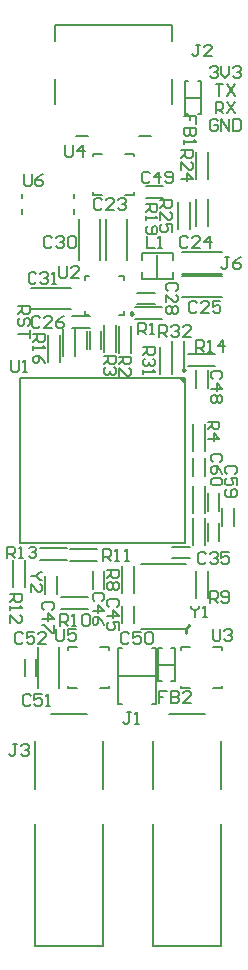
<source format=gto>
G04*
G04 #@! TF.GenerationSoftware,Altium Limited,Altium Designer,21.8.1 (53)*
G04*
G04 Layer_Color=65535*
%FSLAX25Y25*%
%MOIN*%
G70*
G04*
G04 #@! TF.SameCoordinates,1AEC3761-3BFF-49DB-B967-98B5A1D70BD2*
G04*
G04*
G04 #@! TF.FilePolarity,Positive*
G04*
G01*
G75*
%ADD10C,0.00984*%
%ADD11C,0.00394*%
%ADD12C,0.00787*%
%ADD13C,0.01000*%
%ADD14C,0.00591*%
%ADD15C,0.00656*%
%ADD16C,0.00658*%
G36*
X61417Y160908D02*
X59727Y162598D01*
X61417D01*
Y160908D01*
D02*
G37*
D10*
X44094Y183957D02*
X43356Y184383D01*
Y183530D01*
X44094Y183957D01*
X61319Y165157D02*
X60581Y165584D01*
Y164731D01*
X61319Y165157D01*
D11*
X24606Y225394D02*
D03*
X37618Y59153D02*
D03*
X45965Y223524D02*
D03*
X75492Y59153D02*
D03*
D12*
X39469Y196555D02*
X41043D01*
Y194980D02*
Y196555D01*
X27854D02*
X29429D01*
X27854Y194980D02*
Y196555D01*
Y183366D02*
Y184941D01*
Y183366D02*
X29429D01*
X39469D02*
X41043D01*
Y184941D01*
X46654Y100591D02*
X61614D01*
X46654Y78937D02*
X61614D01*
X24409Y222303D02*
Y223819D01*
Y217126D02*
Y218642D01*
X7087Y222303D02*
Y223819D01*
Y217126D02*
Y218642D01*
X22264Y72736D02*
X25236D01*
X32874D02*
X35846D01*
X22264Y59153D02*
X25236D01*
X32874D02*
X35846D01*
X22264Y71949D02*
Y72736D01*
Y59153D02*
Y59941D01*
X35846Y71949D02*
Y72736D01*
Y59153D02*
Y59941D01*
X30610Y237106D02*
X33583D01*
X41221D02*
X44193D01*
X30610Y223524D02*
X33583D01*
X41221D02*
X44193D01*
X30610Y236319D02*
Y237106D01*
Y223524D02*
Y224311D01*
X44193Y236319D02*
Y237106D01*
Y223524D02*
Y224311D01*
X60138Y72736D02*
X63110D01*
X70748D02*
X73721D01*
X60138Y59153D02*
X63110D01*
X70748D02*
X73721D01*
X60138Y71949D02*
Y72736D01*
Y59153D02*
Y59941D01*
X73721Y71949D02*
Y72736D01*
Y59153D02*
Y59941D01*
X6299Y107480D02*
Y162598D01*
X61417Y107480D02*
Y162598D01*
X6299Y107480D02*
X61417D01*
X6299Y162598D02*
X61417D01*
X59727D02*
X61417Y160908D01*
X16732Y50394D02*
X28543D01*
X11220Y25591D02*
Y41339D01*
X34055Y25591D02*
Y41339D01*
Y-26772D02*
Y13780D01*
X11220Y-26772D02*
X34055D01*
X11220D02*
Y13780D01*
X56902Y274780D02*
Y280279D01*
X17902D02*
X56902D01*
X17902Y274780D02*
Y280279D01*
X45902Y243280D02*
X49902D01*
X24902D02*
X28902D01*
X56902Y253780D02*
Y262280D01*
X17902Y253780D02*
Y262280D01*
X56102Y50394D02*
X67913D01*
X50591Y25591D02*
Y41339D01*
X73425Y25591D02*
Y41339D01*
Y-26772D02*
Y13780D01*
X50591Y-26772D02*
X73425D01*
X50591D02*
Y13780D01*
D13*
X61614Y78937D02*
X62795Y80118D01*
X61614Y77362D02*
Y78937D01*
D14*
X57055Y165776D02*
Y174776D01*
X61055Y165776D02*
Y174776D01*
X53118Y163807D02*
Y172807D01*
X57118Y163807D02*
Y172807D01*
X64929Y213020D02*
Y222020D01*
X68929Y213020D02*
Y222020D01*
Y228768D02*
Y237768D01*
X64929Y228768D02*
Y237768D01*
X63024Y212035D02*
Y221035D01*
X59024Y212035D02*
Y221035D01*
X15717Y167744D02*
Y176744D01*
X19716Y167744D02*
Y176744D01*
X20638Y169713D02*
Y178713D01*
X24638Y169713D02*
Y178713D01*
X62429Y166307D02*
X71429D01*
X62429Y170307D02*
X71429D01*
X12933Y101746D02*
X21933D01*
X12933Y105746D02*
X21933D01*
X3906Y92941D02*
Y101941D01*
X7905Y92941D02*
Y101941D01*
X23059Y101347D02*
X32059D01*
X23059Y105347D02*
X32059D01*
X20106Y85598D02*
X29106D01*
X20106Y89598D02*
X29106D01*
X68929Y89004D02*
Y98004D01*
X64929Y89004D02*
Y98004D01*
X44323Y90677D02*
Y99677D01*
X40323Y90677D02*
Y99677D01*
X67945Y106720D02*
Y115720D01*
X63945Y106720D02*
Y115720D01*
X67945Y117547D02*
Y126547D01*
X63945Y117547D02*
Y126547D01*
Y138216D02*
Y147216D01*
X67945Y138216D02*
Y147216D01*
X34417Y170992D02*
Y179992D01*
X38417Y170992D02*
Y179992D01*
X39339Y170697D02*
Y179697D01*
X43339Y170697D02*
Y179697D01*
X44713Y182055D02*
X53713D01*
X44713Y186055D02*
X53713D01*
X52165Y196260D02*
Y203346D01*
X57284Y201772D02*
Y204134D01*
X47047D02*
X57284D01*
X47047Y201772D02*
Y204134D01*
Y195472D02*
Y197835D01*
Y195472D02*
X57284D01*
Y197835D01*
X52362Y72441D02*
X53543D01*
X52362Y61417D02*
Y72441D01*
Y61417D02*
X53543D01*
X56693D02*
X57874D01*
Y72441D01*
X56693D02*
X57874D01*
X52362Y66929D02*
X57874D01*
X61221Y261417D02*
X62402D01*
X61221Y250394D02*
Y261417D01*
Y250394D02*
X62402D01*
X65551D02*
X66732D01*
Y261417D01*
X65551D02*
X66732D01*
X61221Y255906D02*
X66732D01*
X68898Y118110D02*
Y124016D01*
X72835Y118110D02*
Y124016D01*
X77756Y113189D02*
Y119095D01*
X73819Y113189D02*
Y119095D01*
X68898Y108268D02*
Y114173D01*
X72835Y108268D02*
Y114173D01*
X7874Y62992D02*
Y68898D01*
X11811Y62992D02*
Y68898D01*
X12205Y59252D02*
Y72638D01*
X19291Y59252D02*
Y72638D01*
X50197Y72342D02*
X51673D01*
Y53642D02*
Y72342D01*
X50197Y53642D02*
X51673D01*
X38878D02*
X40354D01*
X38878D02*
Y72342D01*
X40354D01*
X38878Y62992D02*
X51673D01*
X48228Y222441D02*
X54134D01*
X48228Y226378D02*
X54134D01*
X64961Y159213D02*
Y165118D01*
X68898Y159213D02*
Y165118D01*
X14764Y90551D02*
Y96457D01*
X18701Y90551D02*
Y96457D01*
X30512Y92283D02*
Y98189D01*
X34449Y92283D02*
Y98189D01*
X44291Y80709D02*
Y86614D01*
X40354Y80709D02*
Y86614D01*
X63976Y129921D02*
Y135827D01*
X67913Y129921D02*
Y135827D01*
X57087Y106299D02*
X62992D01*
X57087Y102362D02*
X62992D01*
X10039Y185433D02*
X23425D01*
X10039Y192520D02*
X23425D01*
X25984Y201969D02*
Y215354D01*
X33071Y201969D02*
Y215354D01*
X29528Y172244D02*
Y178150D01*
X33465Y172244D02*
Y178150D01*
X45276Y187008D02*
X51181D01*
X45276Y190945D02*
X51181D01*
X24606Y172244D02*
Y178150D01*
X28543Y172244D02*
Y178150D01*
X23622Y183071D02*
X29528D01*
X23622Y179134D02*
X29528D01*
X60236Y196457D02*
X73622D01*
X60236Y189370D02*
X73622D01*
X60236Y204331D02*
X73622D01*
X60236Y197244D02*
X73622D01*
X34843Y201969D02*
Y215354D01*
X41929Y201969D02*
Y215354D01*
D15*
X5577Y186352D02*
X9513D01*
Y184384D01*
X8857Y183728D01*
X7545D01*
X6889Y184384D01*
Y186352D01*
Y185040D02*
X5577Y183728D01*
X8857Y179792D02*
X9513Y180448D01*
Y181760D01*
X8857Y182416D01*
X8201D01*
X7545Y181760D01*
Y180448D01*
X6889Y179792D01*
X6233D01*
X5577Y180448D01*
Y181760D01*
X6233Y182416D01*
X9513Y178480D02*
Y175856D01*
Y177168D01*
X5577D01*
X69554Y265747D02*
X70210Y266403D01*
X71522D01*
X72178Y265747D01*
Y265091D01*
X71522Y264435D01*
X70866D01*
X71522D01*
X72178Y263779D01*
Y263123D01*
X71522Y262467D01*
X70210D01*
X69554Y263123D01*
X73490Y266403D02*
Y263779D01*
X74801Y262467D01*
X76113Y263779D01*
Y266403D01*
X77425Y265747D02*
X78081Y266403D01*
X79393D01*
X80049Y265747D01*
Y265091D01*
X79393Y264435D01*
X78737D01*
X79393D01*
X80049Y263779D01*
Y263123D01*
X79393Y262467D01*
X78081D01*
X77425Y263123D01*
X71522Y260497D02*
X74146D01*
X72834D01*
Y256562D01*
X75458Y260497D02*
X78082Y256562D01*
Y260497D02*
X75458Y256562D01*
X71522Y250656D02*
Y254592D01*
X73490D01*
X74146Y253936D01*
Y252624D01*
X73490Y251968D01*
X71522D01*
X72834D02*
X74146Y250656D01*
X75458Y254592D02*
X78082Y250656D01*
Y254592D02*
X75458Y250656D01*
X72178Y248030D02*
X71522Y248686D01*
X70210D01*
X69554Y248030D01*
Y245407D01*
X70210Y244751D01*
X71522D01*
X72178Y245407D01*
Y246719D01*
X70866D01*
X73490Y244751D02*
Y248686D01*
X76113Y244751D01*
Y248686D01*
X77425D02*
Y244751D01*
X79393D01*
X80049Y245407D01*
Y248030D01*
X79393Y248686D01*
X77425D01*
X33794Y221784D02*
X33138Y222440D01*
X31826D01*
X31170Y221784D01*
Y219161D01*
X31826Y218505D01*
X33138D01*
X33794Y219161D01*
X37729Y218505D02*
X35105D01*
X37729Y221128D01*
Y221784D01*
X37073Y222440D01*
X35761D01*
X35105Y221784D01*
X39041D02*
X39697Y222440D01*
X41009D01*
X41665Y221784D01*
Y221128D01*
X41009Y220472D01*
X40353D01*
X41009D01*
X41665Y219816D01*
Y219161D01*
X41009Y218505D01*
X39697D01*
X39041Y219161D01*
D16*
X73162Y134514D02*
X73818Y135169D01*
Y136481D01*
X73162Y137137D01*
X70539D01*
X69883Y136481D01*
Y135169D01*
X70539Y134514D01*
X73818Y130578D02*
X73162Y131890D01*
X71850Y133202D01*
X70539D01*
X69883Y132546D01*
Y131234D01*
X70539Y130578D01*
X71194D01*
X71850Y131234D01*
Y133202D01*
X73162Y129266D02*
X73818Y128610D01*
Y127298D01*
X73162Y126642D01*
X70539D01*
X69883Y127298D01*
Y128610D01*
X70539Y129266D01*
X73162D01*
X78084Y130577D02*
X78740Y131233D01*
Y132545D01*
X78084Y133200D01*
X75460D01*
X74804Y132545D01*
Y131233D01*
X75460Y130577D01*
X78740Y126641D02*
Y129265D01*
X76772D01*
X77428Y127953D01*
Y127297D01*
X76772Y126641D01*
X75460D01*
X74804Y127297D01*
Y128609D01*
X75460Y129265D01*
Y125329D02*
X74804Y124673D01*
Y123361D01*
X75460Y122705D01*
X78084D01*
X78740Y123361D01*
Y124673D01*
X78084Y125329D01*
X77428D01*
X76772Y124673D01*
Y122705D01*
X55447Y58070D02*
X52823D01*
Y56102D01*
X54135D01*
X52823D01*
Y54135D01*
X56759Y58070D02*
Y54135D01*
X58727D01*
X59383Y54790D01*
Y55446D01*
X58727Y56102D01*
X56759D01*
X58727D01*
X59383Y56758D01*
Y57414D01*
X58727Y58070D01*
X56759D01*
X63319Y54135D02*
X60695D01*
X63319Y56758D01*
Y57414D01*
X62663Y58070D01*
X61351D01*
X60695Y57414D01*
X66273Y273621D02*
X64961D01*
X65617D01*
Y270342D01*
X64961Y269686D01*
X64305D01*
X63649Y270342D01*
X70209Y269686D02*
X67585D01*
X70209Y272309D01*
Y272966D01*
X69553Y273621D01*
X68241D01*
X67585Y272966D01*
X13779Y97768D02*
X13123D01*
X11811Y96456D01*
X13123Y95144D01*
X13779D01*
X11811Y96456D02*
X9843D01*
Y91208D02*
Y93832D01*
X12467Y91208D01*
X13123D01*
X13779Y91864D01*
Y93176D01*
X13123Y93832D01*
X63321Y86614D02*
Y85958D01*
X64633Y84646D01*
X65945Y85958D01*
Y86614D01*
X64633Y84646D02*
Y82678D01*
X67257D02*
X68569D01*
X67913D01*
Y86614D01*
X67257Y85958D01*
X7547Y230314D02*
Y227034D01*
X8203Y226379D01*
X9515D01*
X10171Y227034D01*
Y230314D01*
X14107D02*
X12795Y229658D01*
X11483Y228346D01*
Y227034D01*
X12139Y226379D01*
X13451D01*
X14107Y227034D01*
Y227691D01*
X13451Y228346D01*
X11483D01*
X18413Y78740D02*
Y75460D01*
X19069Y74804D01*
X20381D01*
X21037Y75460D01*
Y78740D01*
X24973D02*
X22349D01*
Y76772D01*
X23661Y77428D01*
X24317D01*
X24973Y76772D01*
Y75460D01*
X24317Y74804D01*
X23005D01*
X22349Y75460D01*
X21327Y240157D02*
Y236877D01*
X21982Y236221D01*
X23294D01*
X23950Y236877D01*
Y240157D01*
X27230Y236221D02*
Y240157D01*
X25262Y238189D01*
X27886D01*
X70539Y78740D02*
Y75460D01*
X71195Y74804D01*
X72507D01*
X73163Y75460D01*
Y78740D01*
X74475Y78084D02*
X75131Y78740D01*
X76443D01*
X77099Y78084D01*
Y77428D01*
X76443Y76772D01*
X75787D01*
X76443D01*
X77099Y76116D01*
Y75460D01*
X76443Y74804D01*
X75131D01*
X74475Y75460D01*
X19358Y199802D02*
Y196523D01*
X20014Y195867D01*
X21326D01*
X21982Y196523D01*
Y199802D01*
X25918Y195867D02*
X23294D01*
X25918Y198491D01*
Y199147D01*
X25262Y199802D01*
X23950D01*
X23294Y199147D01*
X3282Y168306D02*
Y165027D01*
X3938Y164371D01*
X5250D01*
X5906Y165027D01*
Y168306D01*
X7217Y164371D02*
X8529D01*
X7873D01*
Y168306D01*
X7217Y167650D01*
X52823Y176182D02*
Y180117D01*
X54791D01*
X55447Y179462D01*
Y178150D01*
X54791Y177494D01*
X52823D01*
X54135D02*
X55447Y176182D01*
X56759Y179462D02*
X57415Y180117D01*
X58727D01*
X59383Y179462D01*
Y178805D01*
X58727Y178150D01*
X58071D01*
X58727D01*
X59383Y177494D01*
Y176838D01*
X58727Y176182D01*
X57415D01*
X56759Y176838D01*
X63319Y176182D02*
X60695D01*
X63319Y178805D01*
Y179462D01*
X62663Y180117D01*
X61351D01*
X60695Y179462D01*
X47245Y172899D02*
X51180D01*
Y170931D01*
X50524Y170275D01*
X49213D01*
X48557Y170931D01*
Y172899D01*
Y171587D02*
X47245Y170275D01*
X50524Y168963D02*
X51180Y168307D01*
Y166995D01*
X50524Y166339D01*
X49869D01*
X49213Y166995D01*
Y167651D01*
Y166995D01*
X48557Y166339D01*
X47901D01*
X47245Y166995D01*
Y168307D01*
X47901Y168963D01*
X47245Y165027D02*
Y163715D01*
Y164371D01*
X51180D01*
X50524Y165027D01*
X53150Y221783D02*
X57086D01*
Y219815D01*
X56430Y219159D01*
X55118D01*
X54462Y219815D01*
Y221783D01*
Y220471D02*
X53150Y219159D01*
Y215224D02*
Y217847D01*
X55774Y215224D01*
X56430D01*
X57086Y215880D01*
Y217191D01*
X56430Y217847D01*
X57086Y211288D02*
Y213912D01*
X55118D01*
X55774Y212600D01*
Y211944D01*
X55118Y211288D01*
X53806D01*
X53150Y211944D01*
Y213256D01*
X53806Y213912D01*
X60040Y238515D02*
X63976D01*
Y236547D01*
X63320Y235892D01*
X62008D01*
X61352Y236547D01*
Y238515D01*
Y237204D02*
X60040Y235892D01*
Y231956D02*
Y234580D01*
X62664Y231956D01*
X63320D01*
X63976Y232612D01*
Y233924D01*
X63320Y234580D01*
X60040Y228676D02*
X63976D01*
X62008Y230644D01*
Y228020D01*
X48229Y220471D02*
X52165D01*
Y218503D01*
X51509Y217847D01*
X50197D01*
X49541Y218503D01*
Y220471D01*
Y219159D02*
X48229Y217847D01*
Y216535D02*
Y215223D01*
Y215879D01*
X52165D01*
X51509Y216535D01*
X48885Y213255D02*
X48229Y212599D01*
Y211287D01*
X48885Y210631D01*
X51509D01*
X52165Y211287D01*
Y212599D01*
X51509Y213255D01*
X50853D01*
X50197Y212599D01*
Y210631D01*
X10827Y177164D02*
X14763D01*
Y175196D01*
X14107Y174540D01*
X12795D01*
X12139Y175196D01*
Y177164D01*
Y175852D02*
X10827Y174540D01*
Y173228D02*
Y171916D01*
Y172572D01*
X14763D01*
X14107Y173228D01*
X14763Y167324D02*
X14107Y168636D01*
X12795Y169948D01*
X11483D01*
X10827Y169292D01*
Y167980D01*
X11483Y167324D01*
X12139D01*
X12795Y167980D01*
Y169948D01*
X64962Y171260D02*
Y175196D01*
X66930D01*
X67586Y174540D01*
Y173228D01*
X66930Y172572D01*
X64962D01*
X66274D02*
X67586Y171260D01*
X68898D02*
X70210D01*
X69554D01*
Y175196D01*
X68898Y174540D01*
X74146Y171260D02*
Y175196D01*
X72178Y173228D01*
X74802D01*
X1970Y102363D02*
Y106299D01*
X3938D01*
X4594Y105643D01*
Y104331D01*
X3938Y103675D01*
X1970D01*
X3282D02*
X4594Y102363D01*
X5906D02*
X7218D01*
X6562D01*
Y106299D01*
X5906Y105643D01*
X9186D02*
X9842Y106299D01*
X11153D01*
X11809Y105643D01*
Y104987D01*
X11153Y104331D01*
X10498D01*
X11153D01*
X11809Y103675D01*
Y103019D01*
X11153Y102363D01*
X9842D01*
X9186Y103019D01*
X2953Y90550D02*
X6889D01*
Y88582D01*
X6233Y87926D01*
X4921D01*
X4265Y88582D01*
Y90550D01*
Y89238D02*
X2953Y87926D01*
Y86614D02*
Y85302D01*
Y85958D01*
X6889D01*
X6233Y86614D01*
X2953Y80710D02*
Y83334D01*
X5577Y80710D01*
X6233D01*
X6889Y81366D01*
Y82678D01*
X6233Y83334D01*
X34122Y101379D02*
Y105314D01*
X36090D01*
X36746Y104658D01*
Y103347D01*
X36090Y102690D01*
X34122D01*
X35434D02*
X36746Y101379D01*
X38058D02*
X39370D01*
X38714D01*
Y105314D01*
X38058Y104658D01*
X41338Y101379D02*
X42649D01*
X41994D01*
Y105314D01*
X41338Y104658D01*
X19687Y79725D02*
Y83661D01*
X21655D01*
X22310Y83005D01*
Y81693D01*
X21655Y81037D01*
X19687D01*
X20999D02*
X22310Y79725D01*
X23622D02*
X24934D01*
X24278D01*
Y83661D01*
X23622Y83005D01*
X26902D02*
X27558Y83661D01*
X28870D01*
X29526Y83005D01*
Y80381D01*
X28870Y79725D01*
X27558D01*
X26902Y80381D01*
Y83005D01*
X69555Y87599D02*
Y91535D01*
X71523D01*
X72179Y90879D01*
Y89567D01*
X71523Y88911D01*
X69555D01*
X70867D02*
X72179Y87599D01*
X73491Y88255D02*
X74147Y87599D01*
X75459D01*
X76114Y88255D01*
Y90879D01*
X75459Y91535D01*
X74147D01*
X73491Y90879D01*
Y90223D01*
X74147Y89567D01*
X76114D01*
X35434Y98457D02*
X39369D01*
Y96489D01*
X38713Y95833D01*
X37402D01*
X36746Y96489D01*
Y98457D01*
Y97145D02*
X35434Y95833D01*
X38713Y94521D02*
X39369Y93865D01*
Y92553D01*
X38713Y91897D01*
X38058D01*
X37402Y92553D01*
X36746Y91897D01*
X36090D01*
X35434Y92553D01*
Y93865D01*
X36090Y94521D01*
X36746D01*
X37402Y93865D01*
X38058Y94521D01*
X38713D01*
X37402Y93865D02*
Y92553D01*
X68898Y147965D02*
X72834D01*
Y145997D01*
X72178Y145341D01*
X70866D01*
X70210Y145997D01*
Y147965D01*
Y146653D02*
X68898Y145341D01*
Y142061D02*
X72834D01*
X70866Y144029D01*
Y141405D01*
X34449Y169914D02*
X38385D01*
Y167946D01*
X37729Y167290D01*
X36417D01*
X35761Y167946D01*
Y169914D01*
Y168602D02*
X34449Y167290D01*
X37729Y165978D02*
X38385Y165322D01*
Y164010D01*
X37729Y163354D01*
X37073D01*
X36417Y164010D01*
Y164666D01*
Y164010D01*
X35761Y163354D01*
X35105D01*
X34449Y164010D01*
Y165322D01*
X35105Y165978D01*
X39371Y169618D02*
X43306D01*
Y167650D01*
X42650Y166995D01*
X41339D01*
X40683Y167650D01*
Y169618D01*
Y168306D02*
X39371Y166995D01*
Y163059D02*
Y165683D01*
X41995Y163059D01*
X42650D01*
X43306Y163715D01*
Y165027D01*
X42650Y165683D01*
X45666Y176988D02*
Y180923D01*
X47634D01*
X48290Y180268D01*
Y178956D01*
X47634Y178300D01*
X45666D01*
X46978D02*
X48290Y176988D01*
X49602D02*
X50914D01*
X50258D01*
Y180923D01*
X49602Y180268D01*
X48557Y209645D02*
Y205709D01*
X51181D01*
X52493D02*
X53805D01*
X53149D01*
Y209645D01*
X52493Y208989D01*
X76116Y202755D02*
X74804D01*
X75460D01*
Y199476D01*
X74804Y198819D01*
X74148D01*
X73492Y199476D01*
X80051Y202755D02*
X78740Y202099D01*
X77428Y200787D01*
Y199476D01*
X78084Y198819D01*
X79396D01*
X80051Y199476D01*
Y200131D01*
X79396Y200787D01*
X77428D01*
X5249Y40354D02*
X3938D01*
X4594D01*
Y37074D01*
X3938Y36418D01*
X3282D01*
X2626Y37074D01*
X6561Y39698D02*
X7217Y40354D01*
X8529D01*
X9185Y39698D01*
Y39042D01*
X8529Y38386D01*
X7873D01*
X8529D01*
X9185Y37730D01*
Y37074D01*
X8529Y36418D01*
X7217D01*
X6561Y37074D01*
X43307Y51180D02*
X41995D01*
X42651D01*
Y47901D01*
X41995Y47245D01*
X41339D01*
X40683Y47901D01*
X44619Y47245D02*
X45931D01*
X45275D01*
Y51180D01*
X44619Y50524D01*
X64960Y247047D02*
Y249670D01*
X62992D01*
Y248358D01*
Y249670D01*
X61024D01*
X64960Y245735D02*
X61024D01*
Y243767D01*
X61680Y243111D01*
X62336D01*
X62992Y243767D01*
Y245735D01*
Y243767D01*
X63648Y243111D01*
X64304D01*
X64960Y243767D01*
Y245735D01*
X61024Y241799D02*
Y240487D01*
Y241143D01*
X64960D01*
X64304Y241799D01*
X7219Y77099D02*
X6563Y77755D01*
X5251D01*
X4595Y77099D01*
Y74476D01*
X5251Y73820D01*
X6563D01*
X7219Y74476D01*
X11154Y77755D02*
X8531D01*
Y75787D01*
X9843Y76443D01*
X10498D01*
X11154Y75787D01*
Y74476D01*
X10498Y73820D01*
X9187D01*
X8531Y74476D01*
X15090Y73820D02*
X12466D01*
X15090Y76443D01*
Y77099D01*
X14434Y77755D01*
X13122D01*
X12466Y77099D01*
X9843Y56430D02*
X9187Y57086D01*
X7875D01*
X7219Y56430D01*
Y53806D01*
X7875Y53150D01*
X9187D01*
X9843Y53806D01*
X13779Y57086D02*
X11155D01*
Y55118D01*
X12467Y55774D01*
X13123D01*
X13779Y55118D01*
Y53806D01*
X13123Y53150D01*
X11811D01*
X11155Y53806D01*
X15091Y53150D02*
X16403D01*
X15747D01*
Y57086D01*
X15091Y56430D01*
X42652Y77099D02*
X41996Y77755D01*
X40684D01*
X40028Y77099D01*
Y74476D01*
X40684Y73820D01*
X41996D01*
X42652Y74476D01*
X46587Y77755D02*
X43964D01*
Y75787D01*
X45276Y76443D01*
X45932D01*
X46587Y75787D01*
Y74476D01*
X45932Y73820D01*
X44620D01*
X43964Y74476D01*
X47899Y77099D02*
X48555Y77755D01*
X49867D01*
X50523Y77099D01*
Y74476D01*
X49867Y73820D01*
X48555D01*
X47899Y74476D01*
Y77099D01*
X49542Y230643D02*
X48886Y231299D01*
X47574D01*
X46918Y230643D01*
Y228019D01*
X47574Y227363D01*
X48886D01*
X49542Y228019D01*
X52821Y227363D02*
Y231299D01*
X50853Y229331D01*
X53477D01*
X54789Y228019D02*
X55445Y227363D01*
X56757D01*
X57413Y228019D01*
Y230643D01*
X56757Y231299D01*
X55445D01*
X54789Y230643D01*
Y229987D01*
X55445Y229331D01*
X57413D01*
X73162Y162073D02*
X73818Y162729D01*
Y164041D01*
X73162Y164697D01*
X70539D01*
X69883Y164041D01*
Y162729D01*
X70539Y162073D01*
X69883Y158793D02*
X73818D01*
X71850Y160761D01*
Y158137D01*
X73162Y156825D02*
X73818Y156169D01*
Y154857D01*
X73162Y154201D01*
X72506D01*
X71850Y154857D01*
X71194Y154201D01*
X70539D01*
X69883Y154857D01*
Y156169D01*
X70539Y156825D01*
X71194D01*
X71850Y156169D01*
X72506Y156825D01*
X73162D01*
X71850Y156169D02*
Y154857D01*
X17060Y85301D02*
X17716Y85957D01*
Y87269D01*
X17060Y87925D01*
X14436D01*
X13780Y87269D01*
Y85957D01*
X14436Y85301D01*
X13780Y82021D02*
X17716D01*
X15748Y83989D01*
Y81365D01*
X17716Y80053D02*
Y77429D01*
X17060D01*
X14436Y80053D01*
X13780D01*
X33792Y88017D02*
X34448Y88674D01*
Y89985D01*
X33792Y90641D01*
X31168D01*
X30512Y89985D01*
Y88674D01*
X31168Y88017D01*
X30512Y84738D02*
X34448D01*
X32480Y86706D01*
Y84082D01*
X34448Y80146D02*
X33792Y81458D01*
X32480Y82770D01*
X31168D01*
X30512Y82114D01*
Y80802D01*
X31168Y80146D01*
X31824D01*
X32480Y80802D01*
Y82770D01*
X38713Y86285D02*
X39369Y86941D01*
Y88253D01*
X38713Y88909D01*
X36090D01*
X35434Y88253D01*
Y86941D01*
X36090Y86285D01*
X35434Y83005D02*
X39369D01*
X37402Y84973D01*
Y82349D01*
X39369Y78414D02*
Y81038D01*
X37402D01*
X38058Y79726D01*
Y79070D01*
X37402Y78414D01*
X36090D01*
X35434Y79070D01*
Y80382D01*
X36090Y81038D01*
X68242Y103674D02*
X67586Y104330D01*
X66274D01*
X65618Y103674D01*
Y101050D01*
X66274Y100394D01*
X67586D01*
X68242Y101050D01*
X69554Y103674D02*
X70210Y104330D01*
X71522D01*
X72178Y103674D01*
Y103018D01*
X71522Y102362D01*
X70866D01*
X71522D01*
X72178Y101706D01*
Y101050D01*
X71522Y100394D01*
X70210D01*
X69554Y101050D01*
X76114Y104330D02*
X73490D01*
Y102362D01*
X74802Y103018D01*
X75458D01*
X76114Y102362D01*
Y101050D01*
X75458Y100394D01*
X74146D01*
X73490Y101050D01*
X11812Y197178D02*
X11156Y197834D01*
X9844D01*
X9188Y197178D01*
Y194554D01*
X9844Y193898D01*
X11156D01*
X11812Y194554D01*
X13124Y197178D02*
X13780Y197834D01*
X15091D01*
X15747Y197178D01*
Y196522D01*
X15091Y195866D01*
X14435D01*
X15091D01*
X15747Y195210D01*
Y194554D01*
X15091Y193898D01*
X13780D01*
X13124Y194554D01*
X17059Y193898D02*
X18371D01*
X17715D01*
Y197834D01*
X17059Y197178D01*
X17061Y208989D02*
X16405Y209645D01*
X15093D01*
X14437Y208989D01*
Y206365D01*
X15093Y205709D01*
X16405D01*
X17061Y206365D01*
X18373Y208989D02*
X19029Y209645D01*
X20341D01*
X20997Y208989D01*
Y208333D01*
X20341Y207677D01*
X19685D01*
X20341D01*
X20997Y207021D01*
Y206365D01*
X20341Y205709D01*
X19029D01*
X18373Y206365D01*
X22309Y208989D02*
X22965Y209645D01*
X24277D01*
X24933Y208989D01*
Y206365D01*
X24277Y205709D01*
X22965D01*
X22309Y206365D01*
Y208989D01*
X58398Y191600D02*
X59054Y192256D01*
Y193568D01*
X58398Y194224D01*
X55775D01*
X55119Y193568D01*
Y192256D01*
X55775Y191600D01*
X55119Y187664D02*
Y190288D01*
X57743Y187664D01*
X58398D01*
X59054Y188320D01*
Y189632D01*
X58398Y190288D01*
Y186353D02*
X59054Y185697D01*
Y184385D01*
X58398Y183729D01*
X57743D01*
X57087Y184385D01*
X56431Y183729D01*
X55775D01*
X55119Y184385D01*
Y185697D01*
X55775Y186353D01*
X56431D01*
X57087Y185697D01*
X57743Y186353D01*
X58398D01*
X57087Y185697D02*
Y184385D01*
X13124Y182414D02*
X12468Y183070D01*
X11156D01*
X10500Y182414D01*
Y179790D01*
X11156Y179135D01*
X12468D01*
X13124Y179790D01*
X17060Y179135D02*
X14436D01*
X17060Y181758D01*
Y182414D01*
X16404Y183070D01*
X15092D01*
X14436Y182414D01*
X20996Y183070D02*
X19684Y182414D01*
X18372Y181102D01*
Y179790D01*
X19028Y179135D01*
X20340D01*
X20996Y179790D01*
Y180446D01*
X20340Y181102D01*
X18372D01*
X65290Y187336D02*
X64634Y187991D01*
X63322D01*
X62666Y187336D01*
Y184712D01*
X63322Y184056D01*
X64634D01*
X65290Y184712D01*
X69225Y184056D02*
X66602D01*
X69225Y186680D01*
Y187336D01*
X68569Y187991D01*
X67257D01*
X66602Y187336D01*
X73161Y187991D02*
X70537D01*
Y186024D01*
X71849Y186680D01*
X72505D01*
X73161Y186024D01*
Y184712D01*
X72505Y184056D01*
X71193D01*
X70537Y184712D01*
X62337Y208989D02*
X61681Y209645D01*
X60369D01*
X59713Y208989D01*
Y206365D01*
X60369Y205709D01*
X61681D01*
X62337Y206365D01*
X66272Y205709D02*
X63649D01*
X66272Y208333D01*
Y208989D01*
X65617Y209645D01*
X64305D01*
X63649Y208989D01*
X69552Y205709D02*
Y209645D01*
X67585Y207677D01*
X70208D01*
M02*

</source>
